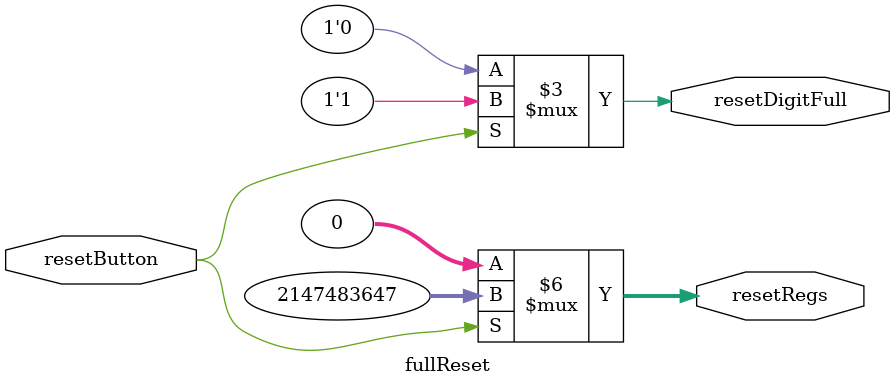
<source format=v>
module fullReset( resetButton, resetRegs, resetDigitFull );
input resetButton;
output [31:0]resetRegs;
output resetDigitFull;
reg [31:0]resetRegs;
reg resetDigitFull;

always @(resetButton) 
 if( resetButton )
   begin 
	  resetRegs = 31'hffffffff;
	  resetDigitFull = 1;
	end
 else 
   begin 
	  resetRegs = 31'h0;
	  resetDigitFull = 0;
	end

 endmodule
 
</source>
